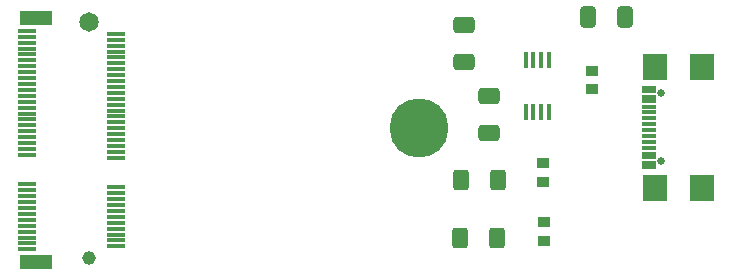
<source format=gbr>
%TF.GenerationSoftware,KiCad,Pcbnew,(6.0.1)*%
%TF.CreationDate,2022-03-02T01:05:40-06:00*%
%TF.ProjectId,m2-USBC-Adapter-Rev2,6d322d55-5342-4432-9d41-646170746572,rev?*%
%TF.SameCoordinates,Original*%
%TF.FileFunction,Soldermask,Top*%
%TF.FilePolarity,Negative*%
%FSLAX46Y46*%
G04 Gerber Fmt 4.6, Leading zero omitted, Abs format (unit mm)*
G04 Created by KiCad (PCBNEW (6.0.1)) date 2022-03-02 01:05:40*
%MOMM*%
%LPD*%
G01*
G04 APERTURE LIST*
G04 Aperture macros list*
%AMRoundRect*
0 Rectangle with rounded corners*
0 $1 Rounding radius*
0 $2 $3 $4 $5 $6 $7 $8 $9 X,Y pos of 4 corners*
0 Add a 4 corners polygon primitive as box body*
4,1,4,$2,$3,$4,$5,$6,$7,$8,$9,$2,$3,0*
0 Add four circle primitives for the rounded corners*
1,1,$1+$1,$2,$3*
1,1,$1+$1,$4,$5*
1,1,$1+$1,$6,$7*
1,1,$1+$1,$8,$9*
0 Add four rect primitives between the rounded corners*
20,1,$1+$1,$2,$3,$4,$5,0*
20,1,$1+$1,$4,$5,$6,$7,0*
20,1,$1+$1,$6,$7,$8,$9,0*
20,1,$1+$1,$8,$9,$2,$3,0*%
G04 Aperture macros list end*
%ADD10C,5.000000*%
%ADD11RoundRect,0.250000X-0.650000X0.412500X-0.650000X-0.412500X0.650000X-0.412500X0.650000X0.412500X0*%
%ADD12R,1.050000X0.900000*%
%ADD13R,0.457200X1.371600*%
%ADD14RoundRect,0.250000X-0.412500X-0.650000X0.412500X-0.650000X0.412500X0.650000X-0.412500X0.650000X0*%
%ADD15C,1.150000*%
%ADD16C,1.650000*%
%ADD17R,1.550000X0.300000*%
%ADD18R,2.750000X1.200000*%
%ADD19C,0.650000*%
%ADD20R,1.150000X0.300000*%
%ADD21R,2.000000X2.180000*%
%ADD22RoundRect,0.250000X-0.400000X-0.625000X0.400000X-0.625000X0.400000X0.625000X-0.400000X0.625000X0*%
G04 APERTURE END LIST*
D10*
%TO.C,H1*%
X222972155Y-54377844D03*
%TD*%
D11*
%TO.C,C3*%
X228872155Y-51652844D03*
X228872155Y-54777844D03*
%TD*%
D12*
%TO.C,D2*%
X233572155Y-62277844D03*
X233572155Y-63877844D03*
%TD*%
D13*
%TO.C,IC1*%
X233967555Y-48558244D03*
X233332555Y-48558244D03*
X232672155Y-48558244D03*
X232037155Y-48558244D03*
X232037155Y-52977844D03*
X232672155Y-52977844D03*
X233332555Y-52977844D03*
X233967555Y-52977844D03*
%TD*%
D14*
%TO.C,C1*%
X237272155Y-44977844D03*
X240397155Y-44977844D03*
%TD*%
D15*
%TO.C,J2*%
X195032155Y-65367844D03*
D16*
X195032155Y-45367844D03*
D17*
X189757155Y-64617844D03*
X197307155Y-64367844D03*
X189757155Y-64117844D03*
X197307155Y-63867844D03*
X189757155Y-63617844D03*
X197307155Y-63367844D03*
X189757155Y-63117844D03*
X197307155Y-62867844D03*
X189757155Y-62617844D03*
X197307155Y-62367844D03*
X189757155Y-62117844D03*
X197307155Y-61867844D03*
X189757155Y-61617844D03*
X197307155Y-61367844D03*
X189757155Y-61117844D03*
X197307155Y-60867844D03*
X189757155Y-60617844D03*
X197307155Y-60367844D03*
X189757155Y-60117844D03*
X197307155Y-59867844D03*
X189757155Y-59617844D03*
X197307155Y-59367844D03*
X189757155Y-59117844D03*
X197307155Y-56867844D03*
X189757155Y-56617844D03*
X197307155Y-56367844D03*
X189757155Y-56117844D03*
X197307155Y-55867844D03*
X189757155Y-55617844D03*
X197307155Y-55367844D03*
X189757155Y-55117844D03*
X197307155Y-54867844D03*
X189757155Y-54617844D03*
X197307155Y-54367844D03*
X189757155Y-54117844D03*
X197307155Y-53867844D03*
X189757155Y-53617844D03*
X197307155Y-53367844D03*
X189757155Y-53117844D03*
X197307155Y-52867844D03*
X189757155Y-52617844D03*
X197307155Y-52367844D03*
X189757155Y-52117844D03*
X197307155Y-51867844D03*
X189757155Y-51617844D03*
X197307155Y-51367844D03*
X189757155Y-51117844D03*
X197307155Y-50867844D03*
X189757155Y-50617844D03*
X197307155Y-50367844D03*
X189757155Y-50117844D03*
X197307155Y-49867844D03*
X189757155Y-49617844D03*
X197307155Y-49367844D03*
X189757155Y-49117844D03*
X197307155Y-48867844D03*
X189757155Y-48617844D03*
X197307155Y-48367844D03*
X189757155Y-48117844D03*
X197307155Y-47867844D03*
X189757155Y-47617844D03*
X197307155Y-47367844D03*
X189757155Y-47117844D03*
X197307155Y-46867844D03*
X189757155Y-46617844D03*
X197307155Y-46367844D03*
X189757155Y-46117844D03*
D18*
X190532155Y-65717844D03*
X190532155Y-45017844D03*
%TD*%
D11*
%TO.C,C2*%
X226772155Y-45652844D03*
X226772155Y-48777844D03*
%TD*%
D12*
%TO.C,D1*%
X237672155Y-49477844D03*
X237672155Y-51077844D03*
%TD*%
%TO.C,D3*%
X233472155Y-58877844D03*
X233472155Y-57277844D03*
%TD*%
D19*
%TO.C,J1*%
X243505655Y-51387844D03*
X243505655Y-57167844D03*
D20*
X242430655Y-57627844D03*
X242430655Y-56827844D03*
X242430655Y-55527844D03*
X242430655Y-54527844D03*
X242430655Y-54027844D03*
X242430655Y-53027844D03*
X242430655Y-51727844D03*
X242430655Y-50927844D03*
X242430655Y-51227844D03*
X242430655Y-52027844D03*
X242430655Y-52527844D03*
X242430655Y-53527844D03*
X242430655Y-55027844D03*
X242430655Y-56027844D03*
X242430655Y-56527844D03*
X242430655Y-57327844D03*
D21*
X246935655Y-59387844D03*
X246935655Y-49167844D03*
X243005655Y-59387844D03*
X243005655Y-49167844D03*
%TD*%
D22*
%TO.C,R2*%
X226572155Y-58777844D03*
X229672155Y-58777844D03*
%TD*%
%TO.C,R1*%
X226472155Y-63677844D03*
X229572155Y-63677844D03*
%TD*%
M02*

</source>
